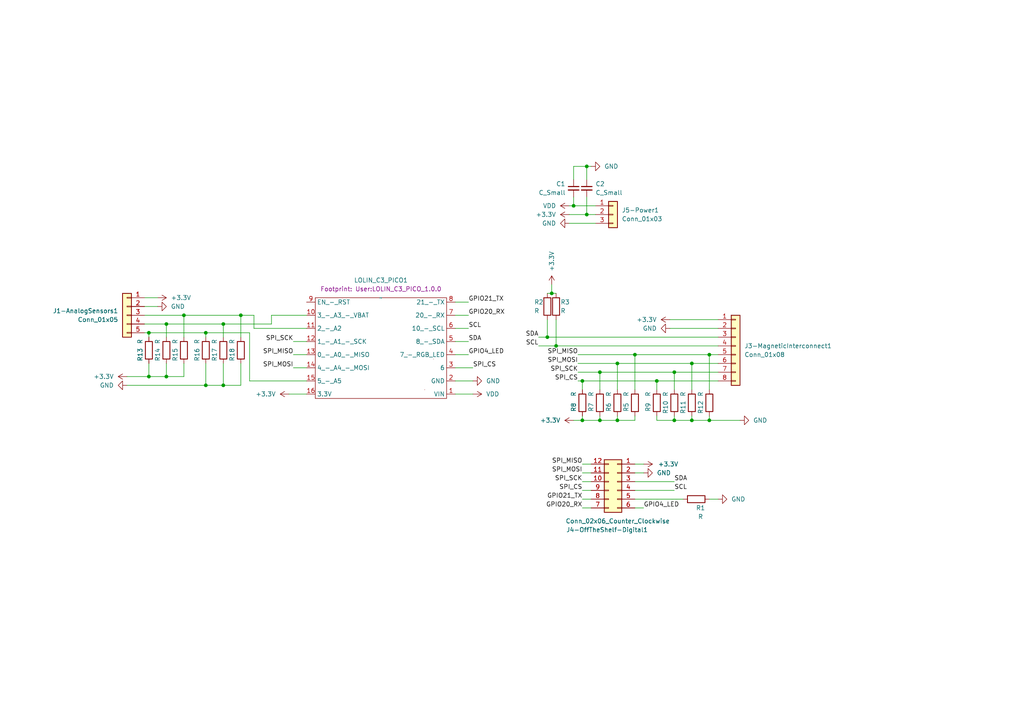
<source format=kicad_sch>
(kicad_sch (version 20231120) (generator "eeschema") (generator_version "8.0")
  (paper "A4")
  (lib_symbols
    (symbol "Connector_Generic:Conn_01x03" (pin_names (offset 1.016) hide)
      (property "Reference" "J" (at 0 5.08 0))
      (property "Value" "Conn_01x03" (at 0 -5.08 0))
      (symbol "Conn_01x03_1_1"
        (rectangle (start -1.27 -2.413) (end 0 -2.667) (stroke (width 0.1524)))
        (rectangle (start -1.27 0.127) (end 0 -0.127) (stroke (width 0.1524)))
        (rectangle (start -1.27 2.667) (end 0 2.413) (stroke (width 0.1524)))
        (rectangle (start -1.27 3.81) (end 1.27 -3.81) (stroke (width 0.254)) (fill (type background)))
        (pin passive line (at -5.08 2.54 0) (length 3.81) (name "Pin_1") (number "1"))
        (pin passive line (at -5.08 0 0) (length 3.81) (name "Pin_2") (number "2"))
        (pin passive line (at -5.08 -2.54 0) (length 3.81) (name "Pin_3") (number "3"))
      )
    )
    (symbol "Connector_Generic:Conn_01x05" (pin_names (offset 1.016) hide)
      (property "Reference" "J" (at 0 7.62 0))
      (property "Value" "Conn_01x05" (at 0 -7.62 0))
      (symbol "Conn_01x05_1_1"
        (rectangle (start -1.27 -4.953) (end 0 -5.207) (stroke (width 0.1524)))
        (rectangle (start -1.27 -2.413) (end 0 -2.667) (stroke (width 0.1524)))
        (rectangle (start -1.27 0.127) (end 0 -0.127) (stroke (width 0.1524)))
        (rectangle (start -1.27 2.667) (end 0 2.413) (stroke (width 0.1524)))
        (rectangle (start -1.27 5.207) (end 0 4.953) (stroke (width 0.1524)))
        (rectangle (start -1.27 6.35) (end 1.27 -6.35) (stroke (width 0.254)) (fill (type background)))
        (pin passive line (at -5.08 5.08 0) (length 3.81) (name "Pin_1") (number "1"))
        (pin passive line (at -5.08 2.54 0) (length 3.81) (name "Pin_2") (number "2"))
        (pin passive line (at -5.08 0 0) (length 3.81) (name "Pin_3") (number "3"))
        (pin passive line (at -5.08 -2.54 0) (length 3.81) (name "Pin_4") (number "4"))
        (pin passive line (at -5.08 -5.08 0) (length 3.81) (name "Pin_5") (number "5"))
      )
    )
    (symbol "Connector_Generic:Conn_01x08" (pin_names (offset 1.016) hide)
      (property "Reference" "J" (at 0 10.16 0))
      (property "Value" "Conn_01x08" (at 0 -12.7 0))
      (symbol "Conn_01x08_1_1"
        (rectangle (start -1.27 -10.033) (end 0 -10.287) (stroke (width 0.1524)))
        (rectangle (start -1.27 -7.493) (end 0 -7.747) (stroke (width 0.1524)))
        (rectangle (start -1.27 -4.953) (end 0 -5.207) (stroke (width 0.1524)))
        (rectangle (start -1.27 -2.413) (end 0 -2.667) (stroke (width 0.1524)))
        (rectangle (start -1.27 0.127) (end 0 -0.127) (stroke (width 0.1524)))
        (rectangle (start -1.27 2.667) (end 0 2.413) (stroke (width 0.1524)))
        (rectangle (start -1.27 5.207) (end 0 4.953) (stroke (width 0.1524)))
        (rectangle (start -1.27 7.747) (end 0 7.493) (stroke (width 0.1524)))
        (rectangle (start -1.27 8.89) (end 1.27 -11.43) (stroke (width 0.254)) (fill (type background)))
        (pin passive line (at -5.08 7.62 0) (length 3.81) (name "Pin_1") (number "1"))
        (pin passive line (at -5.08 5.08 0) (length 3.81) (name "Pin_2") (number "2"))
        (pin passive line (at -5.08 2.54 0) (length 3.81) (name "Pin_3") (number "3"))
        (pin passive line (at -5.08 0 0) (length 3.81) (name "Pin_4") (number "4"))
        (pin passive line (at -5.08 -2.54 0) (length 3.81) (name "Pin_5") (number "5"))
        (pin passive line (at -5.08 -5.08 0) (length 3.81) (name "Pin_6") (number "6"))
        (pin passive line (at -5.08 -7.62 0) (length 3.81) (name "Pin_7") (number "7"))
        (pin passive line (at -5.08 -10.16 0) (length 3.81) (name "Pin_8") (number "8"))
      )
    )
    (symbol "Connector_Generic:Conn_02x06_Counter_Clockwise" (pin_names (offset 1.016) hide)
      (property "Reference" "J" (at 1.27 7.62 0))
      (property "Value" "Conn_02x06_Counter_Clockwise" (at 1.27 -10.16 0))
      (symbol "Conn_02x06_Counter_Clockwise_1_1"
        (rectangle (start -1.27 -7.493) (end 0 -7.747) (stroke (width 0.1524)))
        (rectangle (start -1.27 -4.953) (end 0 -5.207) (stroke (width 0.1524)))
        (rectangle (start -1.27 -2.413) (end 0 -2.667) (stroke (width 0.1524)))
        (rectangle (start -1.27 0.127) (end 0 -0.127) (stroke (width 0.1524)))
        (rectangle (start -1.27 2.667) (end 0 2.413) (stroke (width 0.1524)))
        (rectangle (start -1.27 5.207) (end 0 4.953) (stroke (width 0.1524)))
        (rectangle (start -1.27 6.35) (end 3.81 -8.89) (stroke (width 0.254)) (fill (type background)))
        (rectangle (start 3.81 -7.493) (end 2.54 -7.747) (stroke (width 0.1524)))
        (rectangle (start 3.81 -4.953) (end 2.54 -5.207) (stroke (width 0.1524)))
        (rectangle (start 3.81 -2.413) (end 2.54 -2.667) (stroke (width 0.1524)))
        (rectangle (start 3.81 0.127) (end 2.54 -0.127) (stroke (width 0.1524)))
        (rectangle (start 3.81 2.667) (end 2.54 2.413) (stroke (width 0.1524)))
        (rectangle (start 3.81 5.207) (end 2.54 4.953) (stroke (width 0.1524)))
        (pin passive line (at -5.08 5.08 0) (length 3.81) (name "Pin_1") (number "1"))
        (pin passive line (at 7.62 0 180) (length 3.81) (name "Pin_10") (number "10"))
        (pin passive line (at 7.62 2.54 180) (length 3.81) (name "Pin_11") (number "11"))
        (pin passive line (at 7.62 5.08 180) (length 3.81) (name "Pin_12") (number "12"))
        (pin passive line (at -5.08 2.54 0) (length 3.81) (name "Pin_2") (number "2"))
        (pin passive line (at -5.08 0 0) (length 3.81) (name "Pin_3") (number "3"))
        (pin passive line (at -5.08 -2.54 0) (length 3.81) (name "Pin_4") (number "4"))
        (pin passive line (at -5.08 -5.08 0) (length 3.81) (name "Pin_5") (number "5"))
        (pin passive line (at -5.08 -7.62 0) (length 3.81) (name "Pin_6") (number "6"))
        (pin passive line (at 7.62 -7.62 180) (length 3.81) (name "Pin_7") (number "7"))
        (pin passive line (at 7.62 -5.08 180) (length 3.81) (name "Pin_8") (number "8"))
        (pin passive line (at 7.62 -2.54 180) (length 3.81) (name "Pin_9") (number "9"))
      )
    )
    (symbol "Device:C_Small" (pin_numbers hide) (pin_names (offset 0.254) hide)
      (property "Reference" "C" (at 0.254 1.778 0))
      (property "Value" "C_Small" (at 0.254 -2.032 0))
      (symbol "C_Small_0_1"
        (polyline (pts (xy -1.524 -0.508) (xy 1.524 -0.508)) (stroke (width 0.3302)))
        (polyline (pts (xy -1.524 0.508) (xy 1.524 0.508)) (stroke (width 0.3048)))
      )
      (symbol "C_Small_1_1"
        (pin passive line (at 0 2.54 270) (length 2.032) (name "~") (number "1"))
        (pin passive line (at 0 -2.54 90) (length 2.032) (name "~") (number "2"))
      )
    )
    (symbol "Device:R" (pin_numbers hide) (pin_names (offset 0))
      (property "Reference" "R" (at 2.032 0 90))
      (property "Value" "R" (at 0 0 90))
      (symbol "R_0_1"
        (rectangle (start -1.016 -2.54) (end 1.016 2.54) (stroke (width 0.254)))
      )
      (symbol "R_1_1"
        (pin passive line (at 0 3.81 270) (length 1.27) (name "~") (number "1"))
        (pin passive line (at 0 -3.81 90) (length 1.27) (name "~") (number "2"))
      )
    )
    (symbol "UserDefined:LOLIN_C3_PICO_1.0.0"
      (property "Reference" "LOLIN_C3_PICO" (at 0 2.54 0))
      (property "Footprint" "User:LOLIN_C3_PICO_1.0.0" (at 0 -30.48 0) (show_name))
      (symbol "LOLIN_C3_PICO_1.0.0_0_1"
        (rectangle (start -19.05 0) (end 19.05 -29.21))
        (rectangle (start -13.97 0) (end -13.97 0))
        (rectangle (start 7.62 -16.51) (end 7.62 -16.51))
        (rectangle (start 12.7 -26.67) (end 12.7 -26.67))
        (rectangle (start 15.24 -17.78) (end 15.24 -17.78))
      )
      (symbol "LOLIN_C3_PICO_1.0.0_1_1"
        (pin power_in line (at 21.59 -27.94 180) (length 2.54) (name "VIN") (number "1"))
        (pin bidirectional line (at -21.59 -5.08 0) (length 2.54) (name "3_-_A3_-_VBAT") (number "10"))
        (pin bidirectional line (at -21.59 -8.89 0) (length 2.54) (name "2_-_A2") (number "11"))
        (pin bidirectional line (at -21.59 -12.7 0) (length 2.54) (name "1_-_A1_-_SCK") (number "12"))
        (pin bidirectional line (at -21.59 -16.51 0) (length 2.54) (name "0_-_A0_-_MISO") (number "13"))
        (pin bidirectional line (at -21.59 -20.32 0) (length 2.54) (name "4_-_A4_-_MOSI") (number "14"))
        (pin bidirectional line (at -21.59 -24.13 0) (length 2.54) (name "5_-_A5") (number "15"))
        (pin power_in line (at -21.59 -27.94 0) (length 2.54) (name "3.3V") (number "16"))
        (pin power_out line (at 21.59 -24.13 180) (length 2.54) (name "GND") (number "2"))
        (pin bidirectional line (at 21.59 -20.32 180) (length 2.54) (name "6") (number "3"))
        (pin bidirectional line (at 21.59 -16.51 180) (length 2.54) (name "7_-_RGB_LED") (number "4"))
        (pin bidirectional line (at 21.59 -12.7 180) (length 2.54) (name "8_-_SDA") (number "5"))
        (pin bidirectional line (at 21.59 -8.89 180) (length 2.54) (name "10_-_SCL") (number "6"))
        (pin input line (at 21.59 -5.08 180) (length 2.54) (name "20_-_RX") (number "7"))
        (pin output line (at 21.59 -1.27 180) (length 2.54) (name "21_-_TX") (number "8"))
        (pin input line (at -21.59 -1.27 0) (length 2.54) (name "EN_-_RST") (number "9"))
      )
    )
    (symbol "power:+3.3V" (power) (pin_names (offset 0))
      (property "Value" "+3.3V" (at 0 3.556 0))
      (symbol "+3.3V_0_1"
        (polyline (pts (xy -0.762 1.27) (xy 0 2.54)))
        (polyline (pts (xy 0 0) (xy 0 2.54)))
        (polyline (pts (xy 0 2.54) (xy 0.762 1.27)))
      )
      (symbol "+3.3V_1_1"
        (pin power_in line (at 0 0 90) (length 0) hide (name "+3.3V") (number "1"))
      )
    )
    (symbol "power:GND" (power) (pin_names (offset 0))
      (property "Value" "GND" (at 0 -3.81 0))
      (symbol "GND_0_1"
        (polyline (pts (xy 0 0) (xy 0 -1.27) (xy 1.27 -1.27) (xy 0 -2.54) (xy -1.27 -1.27) (xy 0 -1.27)))
      )
      (symbol "GND_1_1"
        (pin power_in line (at 0 0 270) (length 0) hide (name "GND") (number "1"))
      )
    )
    (symbol "power:VDD" (power) (pin_names (offset 0))
      (property "Value" "VDD" (at 0 3.81 0))
      (symbol "VDD_0_1"
        (polyline (pts (xy -0.762 1.27) (xy 0 2.54)))
        (polyline (pts (xy 0 0) (xy 0 2.54)))
        (polyline (pts (xy 0 2.54) (xy 0.762 1.27)))
      )
      (symbol "VDD_1_1"
        (pin power_in line (at 0 0 90) (length 0) hide (name "VDD") (number "1"))
      )
    )
  )
  (junction (at 205.74 121.92))
  (junction (at 200.66 105.41))
  (junction (at 59.69 96.52))
  (junction (at 160.02 85.09))
  (junction (at 190.5 110.49))
  (junction (at 69.85 91.44))
  (junction (at 195.58 121.92))
  (junction (at 205.74 102.87))
  (junction (at 179.07 121.92))
  (junction (at 43.18 96.52))
  (junction (at 179.07 105.41))
  (junction (at 170.18 62.23))
  (junction (at 43.18 109.22))
  (junction (at 168.91 121.92))
  (junction (at 64.77 93.98))
  (junction (at 166.37 59.69))
  (junction (at 158.75 97.79))
  (junction (at 173.99 121.92))
  (junction (at 170.18 48.26))
  (junction (at 173.99 107.95))
  (junction (at 195.58 107.95))
  (junction (at 161.29 100.33))
  (junction (at 184.15 102.87))
  (junction (at 200.66 121.92))
  (junction (at 53.34 91.44))
  (junction (at 168.91 110.49))
  (junction (at 48.26 93.98))
  (junction (at 59.69 111.76))
  (junction (at 64.77 111.76))
  (junction (at 48.26 109.22))
  (wire (pts (xy 83.82 114.3) (xy 88.9 114.3)))
  (wire (pts (xy 179.07 105.41) (xy 200.66 105.41)))
  (wire (pts (xy 59.69 96.52) (xy 72.39 96.52)))
  (wire (pts (xy 160.02 85.09) (xy 161.29 85.09)))
  (wire (pts (xy 184.15 134.62) (xy 186.69 134.62)))
  (wire (pts (xy 194.31 92.71) (xy 208.28 92.71)))
  (wire (pts (xy 41.91 91.44) (xy 53.34 91.44)))
  (wire (pts (xy 195.58 107.95) (xy 195.58 113.03)))
  (wire (pts (xy 190.5 121.92) (xy 195.58 121.92)))
  (wire (pts (xy 184.15 144.78) (xy 198.12 144.78)))
  (wire (pts (xy 184.15 102.87) (xy 205.74 102.87)))
  (wire (pts (xy 194.31 95.25) (xy 208.28 95.25)))
  (wire (pts (xy 78.74 93.98) (xy 78.74 91.44)))
  (wire (pts (xy 179.07 121.92) (xy 184.15 121.92)))
  (wire (pts (xy 184.15 147.32) (xy 186.69 147.32)))
  (wire (pts (xy 48.26 93.98) (xy 64.77 93.98)))
  (wire (pts (xy 53.34 91.44) (xy 69.85 91.44)))
  (wire (pts (xy 168.91 137.16) (xy 171.45 137.16)))
  (wire (pts (xy 168.91 147.32) (xy 171.45 147.32)))
  (wire (pts (xy 161.29 92.71) (xy 161.29 100.33)))
  (wire (pts (xy 64.77 105.41) (xy 64.77 111.76)))
  (wire (pts (xy 72.39 110.49) (xy 88.9 110.49)))
  (wire (pts (xy 205.74 102.87) (xy 205.74 113.03)))
  (wire (pts (xy 184.15 139.7) (xy 195.58 139.7)))
  (wire (pts (xy 85.09 106.68) (xy 88.9 106.68)))
  (wire (pts (xy 78.74 91.44) (xy 88.9 91.44)))
  (wire (pts (xy 73.66 95.25) (xy 88.9 95.25)))
  (wire (pts (xy 166.37 48.26) (xy 170.18 48.26)))
  (wire (pts (xy 173.99 107.95) (xy 195.58 107.95)))
  (wire (pts (xy 170.18 57.15) (xy 170.18 62.23)))
  (wire (pts (xy 165.1 62.23) (xy 170.18 62.23)))
  (wire (pts (xy 168.91 121.92) (xy 173.99 121.92)))
  (wire (pts (xy 132.08 87.63) (xy 135.89 87.63)))
  (wire (pts (xy 205.74 120.65) (xy 205.74 121.92)))
  (wire (pts (xy 72.39 96.52) (xy 72.39 110.49)))
  (wire (pts (xy 166.37 52.07) (xy 166.37 48.26)))
  (wire (pts (xy 69.85 91.44) (xy 69.85 97.79)))
  (wire (pts (xy 132.08 110.49) (xy 137.16 110.49)))
  (wire (pts (xy 170.18 48.26) (xy 170.18 52.07)))
  (wire (pts (xy 69.85 105.41) (xy 69.85 111.76)))
  (wire (pts (xy 179.07 120.65) (xy 179.07 121.92)))
  (wire (pts (xy 158.75 97.79) (xy 208.28 97.79)))
  (wire (pts (xy 41.91 93.98) (xy 48.26 93.98)))
  (wire (pts (xy 190.5 110.49) (xy 190.5 113.03)))
  (wire (pts (xy 156.21 100.33) (xy 161.29 100.33)))
  (wire (pts (xy 168.91 139.7) (xy 171.45 139.7)))
  (wire (pts (xy 41.91 86.36) (xy 45.72 86.36)))
  (wire (pts (xy 85.09 99.06) (xy 88.9 99.06)))
  (wire (pts (xy 160.02 82.55) (xy 160.02 85.09)))
  (wire (pts (xy 168.91 134.62) (xy 171.45 134.62)))
  (wire (pts (xy 132.08 106.68) (xy 137.16 106.68)))
  (wire (pts (xy 85.09 102.87) (xy 88.9 102.87)))
  (wire (pts (xy 167.64 105.41) (xy 179.07 105.41)))
  (wire (pts (xy 168.91 144.78) (xy 171.45 144.78)))
  (wire (pts (xy 167.64 102.87) (xy 184.15 102.87)))
  (wire (pts (xy 165.1 64.77) (xy 172.72 64.77)))
  (wire (pts (xy 53.34 105.41) (xy 53.34 109.22)))
  (wire (pts (xy 59.69 105.41) (xy 59.69 111.76)))
  (wire (pts (xy 69.85 91.44) (xy 73.66 91.44)))
  (wire (pts (xy 168.91 120.65) (xy 168.91 121.92)))
  (wire (pts (xy 48.26 93.98) (xy 48.26 97.79)))
  (wire (pts (xy 179.07 105.41) (xy 179.07 113.03)))
  (wire (pts (xy 166.37 57.15) (xy 166.37 59.69)))
  (wire (pts (xy 173.99 107.95) (xy 173.99 113.03)))
  (wire (pts (xy 43.18 109.22) (xy 48.26 109.22)))
  (wire (pts (xy 132.08 91.44) (xy 135.89 91.44)))
  (wire (pts (xy 43.18 96.52) (xy 43.18 97.79)))
  (wire (pts (xy 36.83 111.76) (xy 59.69 111.76)))
  (wire (pts (xy 168.91 142.24) (xy 171.45 142.24)))
  (wire (pts (xy 173.99 121.92) (xy 179.07 121.92)))
  (wire (pts (xy 156.21 97.79) (xy 158.75 97.79)))
  (wire (pts (xy 43.18 105.41) (xy 43.18 109.22)))
  (wire (pts (xy 170.18 48.26) (xy 171.45 48.26)))
  (wire (pts (xy 205.74 121.92) (xy 214.63 121.92)))
  (wire (pts (xy 36.83 109.22) (xy 43.18 109.22)))
  (wire (pts (xy 167.64 107.95) (xy 173.99 107.95)))
  (wire (pts (xy 173.99 120.65) (xy 173.99 121.92)))
  (wire (pts (xy 195.58 107.95) (xy 208.28 107.95)))
  (wire (pts (xy 165.1 59.69) (xy 166.37 59.69)))
  (wire (pts (xy 190.5 110.49) (xy 208.28 110.49)))
  (wire (pts (xy 158.75 85.09) (xy 160.02 85.09)))
  (wire (pts (xy 41.91 96.52) (xy 43.18 96.52)))
  (wire (pts (xy 73.66 91.44) (xy 73.66 95.25)))
  (wire (pts (xy 53.34 91.44) (xy 53.34 97.79)))
  (wire (pts (xy 132.08 114.3) (xy 137.16 114.3)))
  (wire (pts (xy 48.26 109.22) (xy 53.34 109.22)))
  (wire (pts (xy 41.91 88.9) (xy 45.72 88.9)))
  (wire (pts (xy 200.66 105.41) (xy 208.28 105.41)))
  (wire (pts (xy 43.18 96.52) (xy 59.69 96.52)))
  (wire (pts (xy 132.08 102.87) (xy 135.89 102.87)))
  (wire (pts (xy 184.15 121.92) (xy 184.15 120.65)))
  (wire (pts (xy 168.91 110.49) (xy 168.91 113.03)))
  (wire (pts (xy 195.58 121.92) (xy 200.66 121.92)))
  (wire (pts (xy 132.08 95.25) (xy 135.89 95.25)))
  (wire (pts (xy 59.69 96.52) (xy 59.69 97.79)))
  (wire (pts (xy 166.37 121.92) (xy 168.91 121.92)))
  (wire (pts (xy 48.26 105.41) (xy 48.26 109.22)))
  (wire (pts (xy 64.77 93.98) (xy 64.77 97.79)))
  (wire (pts (xy 184.15 137.16) (xy 186.69 137.16)))
  (wire (pts (xy 205.74 102.87) (xy 208.28 102.87)))
  (wire (pts (xy 190.5 120.65) (xy 190.5 121.92)))
  (wire (pts (xy 200.66 120.65) (xy 200.66 121.92)))
  (wire (pts (xy 166.37 59.69) (xy 172.72 59.69)))
  (wire (pts (xy 184.15 102.87) (xy 184.15 113.03)))
  (wire (pts (xy 195.58 120.65) (xy 195.58 121.92)))
  (wire (pts (xy 64.77 93.98) (xy 78.74 93.98)))
  (wire (pts (xy 158.75 92.71) (xy 158.75 97.79)))
  (wire (pts (xy 168.91 110.49) (xy 190.5 110.49)))
  (wire (pts (xy 200.66 121.92) (xy 205.74 121.92)))
  (wire (pts (xy 167.64 110.49) (xy 168.91 110.49)))
  (wire (pts (xy 161.29 100.33) (xy 208.28 100.33)))
  (wire (pts (xy 205.74 144.78) (xy 208.28 144.78)))
  (wire (pts (xy 132.08 99.06) (xy 135.89 99.06)))
  (wire (pts (xy 200.66 105.41) (xy 200.66 113.03)))
  (wire (pts (xy 59.69 111.76) (xy 64.77 111.76)))
  (wire (pts (xy 184.15 142.24) (xy 195.58 142.24)))
  (wire (pts (xy 64.77 111.76) (xy 69.85 111.76)))
  (wire (pts (xy 170.18 62.23) (xy 172.72 62.23)))
  (label "SCL" (at 195.58 142.24 0))
  (label "GPIO20_RX" (at 135.89 91.44 0))
  (label "SPI_SCK" (at 168.91 139.7 180))
  (label "GPIO4_LED" (at 135.89 102.87 0))
  (label "GPIO4_LED" (at 186.69 147.32 0))
  (label "SPI_MOSI" (at 167.64 105.41 180))
  (label "SDA" (at 156.21 97.79 180))
  (label "SDA" (at 135.89 99.06 0))
  (label "SPI_SCK" (at 85.09 99.06 180))
  (label "SCL" (at 135.89 95.25 0))
  (label "SPI_SCK" (at 167.64 107.95 180))
  (label "SPI_MOSI" (at 85.09 106.68 180))
  (label "SPI_CS" (at 167.64 110.49 180))
  (label "GPIO20_RX" (at 168.91 147.32 180))
  (label "SPI_MISO" (at 85.09 102.87 180))
  (label "SPI_CS" (at 137.16 106.68 0))
  (label "SPI_MISO" (at 167.64 102.87 180))
  (label "SPI_CS" (at 168.91 142.24 180))
  (label "SPI_MOSI" (at 168.91 137.16 180))
  (label "SPI_MISO" (at 168.91 134.62 180))
  (label "GPIO21_TX" (at 135.89 87.63 0))
  (label "SCL" (at 156.21 100.33 180))
  (label "GPIO21_TX" (at 168.91 144.78 180))
  (label "SDA" (at 195.58 139.7 0))
  (symbol (lib_id "power:GND") (at 186.69 137.16 90) (unit 1)
    (property "Reference" "#PWR012" (effects (hide yes)))
    (property "Value" "GND" (at 190.5 137.16 90) (effects (justify right)))
  )
  (symbol (lib_id "Device:R") (at 205.74 116.84 0) (unit 1)
    (property "Reference" "R12" (at 203.2 118.11 90))
    (property "Value" "R" (at 203.2 114.3 90))
    (property "Footprint" "Resistor_SMD:R_0805_2012Metric_Pad1.20x1.40mm_HandSolder" (effects (hide yes)))
  )
  (symbol (lib_id "UserDefined:LOLIN_C3_PICO_1.0.0") (at 110.49 86.36 0) (unit 1)
    (property "Reference" "LOLIN_C3_PICO1" (at 110.49 81.28 0))
    (property "Value" "~" (at 110.49 86.36 0))
    (property "Footprint" "User:LOLIN_C3_PICO_1.0.0" (at 110.49 83.82 0) (show_name yes))
    (property "Datasheet" "https://www.espressif.com/sites/default/files/documentation/esp32-c3_datasheet_en.pdf" (effects (hide yes)))
  )
  (symbol (lib_id "Device:R") (at 168.91 116.84 0) (unit 1)
    (property "Reference" "R8" (at 166.37 118.11 90))
    (property "Value" "R" (at 166.37 114.3 90))
    (property "Footprint" "Resistor_SMD:R_0805_2012Metric_Pad1.20x1.40mm_HandSolder" (effects (hide yes)))
  )
  (symbol (lib_id "power:GND") (at 36.83 111.76 270) (mirror x) (unit 1)
    (property "Reference" "#PWR019" (effects (hide yes)))
    (property "Value" "GND" (at 33.02 111.76 90) (effects (justify right)))
  )
  (symbol (lib_id "power:+3.3V") (at 186.69 134.62 270) (unit 1)
    (property "Reference" "#PWR03" (effects (hide yes)))
    (property "Value" "+3.3V" (at 190.8536 134.62 90) (effects (justify left)))
  )
  (symbol (lib_id "Device:R") (at 179.07 116.84 0) (unit 1)
    (property "Reference" "R6" (at 176.53 118.11 90))
    (property "Value" "R" (at 176.53 114.3 90))
    (property "Footprint" "Resistor_SMD:R_0805_2012Metric_Pad1.20x1.40mm_HandSolder" (effects (hide yes)))
  )
  (symbol (lib_id "Device:R") (at 190.5 116.84 0) (unit 1)
    (property "Reference" "R9" (at 187.96 118.11 90))
    (property "Value" "R" (at 187.96 114.3 90))
    (property "Footprint" "Resistor_SMD:R_0805_2012Metric_Pad1.20x1.40mm_HandSolder" (effects (hide yes)))
  )
  (symbol (lib_id "Device:R") (at 158.75 88.9 180) (unit 1)
    (property "Reference" "R2" (at 154.94 87.63 0) (effects (justify right)))
    (property "Value" "R" (at 154.94 90.17 0) (effects (justify right)))
    (property "Footprint" "Resistor_SMD:R_0805_2012Metric_Pad1.20x1.40mm_HandSolder" (effects (hide yes)))
  )
  (symbol (lib_id "Device:R") (at 195.58 116.84 0) (unit 1)
    (property "Reference" "R10" (at 193.04 118.11 90))
    (property "Value" "R" (at 193.04 114.3 90))
    (property "Footprint" "Resistor_SMD:R_0805_2012Metric_Pad1.20x1.40mm_HandSolder" (effects (hide yes)))
  )
  (symbol (lib_id "power:GND") (at 194.31 95.25 270) (unit 1)
    (property "Reference" "#PWR011" (effects (hide yes)))
    (property "Value" "GND" (at 190.5 95.25 90) (effects (justify right)))
  )
  (symbol (lib_id "Device:R") (at 184.15 116.84 0) (unit 1)
    (property "Reference" "R5" (at 181.61 118.11 90))
    (property "Value" "R" (at 181.61 114.3 90))
    (property "Footprint" "Resistor_SMD:R_0805_2012Metric_Pad1.20x1.40mm_HandSolder" (effects (hide yes)))
  )
  (symbol (lib_id "Device:R") (at 161.29 88.9 180) (unit 1)
    (property "Reference" "R3" (at 162.56 87.63 0) (effects (justify right)))
    (property "Value" "R" (at 162.56 90.17 0) (effects (justify right)))
    (property "Footprint" "Resistor_SMD:R_0805_2012Metric_Pad1.20x1.40mm_HandSolder" (effects (hide yes)))
  )
  (symbol (lib_id "power:+3.3V") (at 165.1 62.23 90) (unit 1)
    (property "Reference" "#PWR04" (effects (hide yes)))
    (property "Value" "+3.3V" (at 161.29 62.23 90) (effects (justify left)))
  )
  (symbol (lib_id "Device:R") (at 64.77 101.6 0) (unit 1)
    (property "Reference" "R17" (at 62.23 102.87 90))
    (property "Value" "R" (at 62.23 99.06 90))
    (property "Footprint" "Resistor_SMD:R_0805_2012Metric_Pad1.20x1.40mm_HandSolder" (effects (hide yes)))
  )
  (symbol (lib_id "Device:R") (at 173.99 116.84 0) (unit 1)
    (property "Reference" "R7" (at 171.45 118.11 90))
    (property "Value" "R" (at 171.45 114.3 90))
    (property "Footprint" "Resistor_SMD:R_0805_2012Metric_Pad1.20x1.40mm_HandSolder" (effects (hide yes)))
  )
  (symbol (lib_id "Connector_Generic:Conn_01x08") (at 213.36 100.33 0) (unit 1)
    (property "Reference" "J3-MagneticInterconnect1" (at 215.9 100.33 0) (effects (justify left)))
    (property "Value" "Conn_01x08" (at 215.9 102.87 0) (effects (justify left)))
    (property "Footprint" "Connector_JST:JST_VH_B8P-VH-B_1x08_P3.96mm_Vertical" (effects (hide yes)))
  )
  (symbol (lib_id "Device:C_Small") (at 170.18 54.61 0) (unit 1)
    (property "Reference" "C2" (at 172.72 53.3463 0) (effects (justify left)))
    (property "Value" "C_Small" (at 172.72 55.8863 0) (effects (justify left)))
    (property "Footprint" "Capacitor_SMD:C_0805_2012Metric_Pad1.18x1.45mm_HandSolder" (effects (hide yes)))
  )
  (symbol (lib_id "power:GND") (at 208.28 144.78 90) (unit 1)
    (property "Reference" "#PWR013" (effects (hide yes)))
    (property "Value" "GND" (at 212.09 144.78 90) (effects (justify right)))
  )
  (symbol (lib_id "power:+3.3V") (at 36.83 109.22 90) (mirror x) (unit 1)
    (property "Reference" "#PWR018" (effects (hide yes)))
    (property "Value" "+3.3V" (at 33.02 109.22 90) (effects (justify left)))
  )
  (symbol (lib_id "Device:R") (at 48.26 101.6 0) (unit 1)
    (property "Reference" "R14" (at 45.72 102.87 90))
    (property "Value" "R" (at 45.72 99.06 90))
    (property "Footprint" "Resistor_SMD:R_0805_2012Metric_Pad1.20x1.40mm_HandSolder" (effects (hide yes)))
  )
  (symbol (lib_id "power:+3.3V") (at 166.37 121.92 90) (unit 1)
    (property "Reference" "#PWR015" (effects (hide yes)))
    (property "Value" "+3.3V" (at 162.56 121.92 90) (effects (justify left)))
  )
  (symbol (lib_id "power:VDD") (at 137.16 114.3 270) (unit 1)
    (property "Reference" "#PWR05" (effects (hide yes)))
    (property "Value" "VDD" (at 140.97 114.3 90) (effects (justify left)))
  )
  (symbol (lib_id "Device:R") (at 200.66 116.84 0) (unit 1)
    (property "Reference" "R11" (at 198.12 118.11 90))
    (property "Value" "R" (at 198.12 114.3 90))
    (property "Footprint" "Resistor_SMD:R_0805_2012Metric_Pad1.20x1.40mm_HandSolder" (effects (hide yes)))
  )
  (symbol (lib_id "power:VDD") (at 165.1 59.69 90) (unit 1)
    (property "Reference" "#PWR07" (effects (hide yes)))
    (property "Value" "VDD" (at 161.29 59.69 90) (effects (justify left)))
  )
  (symbol (lib_id "Device:R") (at 201.93 144.78 90) (unit 1)
    (property "Reference" "R1" (at 203.2 147.32 90))
    (property "Value" "R" (at 203.2 149.86 90))
    (property "Footprint" "Resistor_SMD:R_0805_2012Metric_Pad1.20x1.40mm_HandSolder" (effects (hide yes)))
  )
  (symbol (lib_id "power:GND") (at 45.72 88.9 90) (mirror x) (unit 1)
    (property "Reference" "#PWR09" (effects (hide yes)))
    (property "Value" "GND" (at 49.53 88.9 90) (effects (justify right)))
  )
  (symbol (lib_id "power:+3.3V") (at 45.72 86.36 270) (mirror x) (unit 1)
    (property "Reference" "#PWR08" (effects (hide yes)))
    (property "Value" "+3.3V" (at 49.53 86.36 90) (effects (justify left)))
  )
  (symbol (lib_id "power:+3.3V") (at 83.82 114.3 90) (unit 1)
    (property "Reference" "#PWR01" (effects (hide yes)))
    (property "Value" "+3.3V" (at 80.01 114.3 90) (effects (justify left)))
  )
  (symbol (lib_id "power:GND") (at 214.63 121.92 90) (unit 1)
    (property "Reference" "#PWR016" (effects (hide yes)))
    (property "Value" "GND" (at 218.44 121.92 90) (effects (justify right)))
  )
  (symbol (lib_id "Connector_Generic:Conn_02x06_Counter_Clockwise") (at 179.07 139.7 0) (mirror y) (unit 1)
    (property "Reference" "J4-OffTheShelf-Digital1" (at 187.96 153.67 0) (effects (justify left)))
    (property "Value" "Conn_02x06_Counter_Clockwise" (at 194.31 151.13 0) (effects (justify left)))
    (property "Footprint" "Connector_PinSocket_2.54mm:PinSocket_2x06_P2.54mm_Vertical" (effects (hide yes)))
  )
  (symbol (lib_id "Device:R") (at 69.85 101.6 0) (unit 1)
    (property "Reference" "R18" (at 67.31 102.87 90))
    (property "Value" "R" (at 67.31 99.06 90))
    (property "Footprint" "Resistor_SMD:R_0805_2012Metric_Pad1.20x1.40mm_HandSolder" (effects (hide yes)))
  )
  (symbol (lib_id "power:+3.3V") (at 194.31 92.71 90) (unit 1)
    (property "Reference" "#PWR010" (effects (hide yes)))
    (property "Value" "+3.3V" (at 190.5 92.71 90) (effects (justify left)))
  )
  (symbol (lib_id "power:GND") (at 165.1 64.77 270) (unit 1)
    (property "Reference" "#PWR06" (effects (hide yes)))
    (property "Value" "GND" (at 161.29 64.77 90) (effects (justify right)))
  )
  (symbol (lib_id "power:+3.3V") (at 160.02 82.55 0) (unit 1)
    (property "Reference" "#PWR014" (effects (hide yes)))
    (property "Value" "+3.3V" (at 160.02 78.74 90) (effects (justify left)))
  )
  (symbol (lib_id "Connector_Generic:Conn_01x03") (at 177.8 62.23 0) (unit 1)
    (property "Reference" "J5-Power1" (at 180.34 60.96 0) (effects (justify left)))
    (property "Value" "Conn_01x03" (at 180.34 63.5 0) (effects (justify left)))
    (property "Footprint" "Connector_PinSocket_2.54mm:PinSocket_1x03_P2.54mm_Vertical" (effects (hide yes)))
  )
  (symbol (lib_id "Device:R") (at 43.18 101.6 0) (unit 1)
    (property "Reference" "R13" (at 40.64 102.87 90))
    (property "Value" "R" (at 40.64 99.06 90))
    (property "Footprint" "Resistor_SMD:R_0805_2012Metric_Pad1.20x1.40mm_HandSolder" (effects (hide yes)))
  )
  (symbol (lib_id "Device:C_Small") (at 166.37 54.61 0) (unit 1)
    (property "Reference" "C1" (at 161.29 53.34 0) (effects (justify left)))
    (property "Value" "C_Small" (at 156.21 55.88 0) (effects (justify left)))
    (property "Footprint" "Capacitor_SMD:C_0805_2012Metric_Pad1.18x1.45mm_HandSolder" (effects (hide yes)))
  )
  (symbol (lib_id "Device:R") (at 53.34 101.6 0) (unit 1)
    (property "Reference" "R15" (at 50.8 102.87 90))
    (property "Value" "R" (at 50.8 99.06 90))
    (property "Footprint" "Resistor_SMD:R_0805_2012Metric_Pad1.20x1.40mm_HandSolder" (effects (hide yes)))
  )
  (symbol (lib_id "power:GND") (at 171.45 48.26 90) (unit 1)
    (property "Reference" "#PWR017" (effects (hide yes)))
    (property "Value" "GND" (at 175.26 48.26 90) (effects (justify right)))
  )
  (symbol (lib_id "power:GND") (at 137.16 110.49 90) (unit 1)
    (property "Reference" "#PWR02" (effects (hide yes)))
    (property "Value" "GND" (at 140.97 110.49 90) (effects (justify right)))
  )
  (symbol (lib_id "Connector_Generic:Conn_01x05") (at 36.83 91.44 0) (mirror y) (unit 1)
    (property "Reference" "J1-AnalogSensors1" (at 34.29 90.17 0) (effects (justify left)))
    (property "Value" "Conn_01x05" (at 34.29 92.71 0) (effects (justify left)))
    (property "Footprint" "Connector_PinHeader_2.54mm:PinHeader_1x05_P2.54mm_Vertical" (effects (hide yes)))
  )
  (symbol (lib_id "Device:R") (at 59.69 101.6 0) (unit 1)
    (property "Reference" "R16" (at 57.15 102.87 90))
    (property "Value" "R" (at 57.15 99.06 90))
    (property "Footprint" "Resistor_SMD:R_0805_2012Metric_Pad1.20x1.40mm_HandSolder" (effects (hide yes)))
  )
)
</source>
